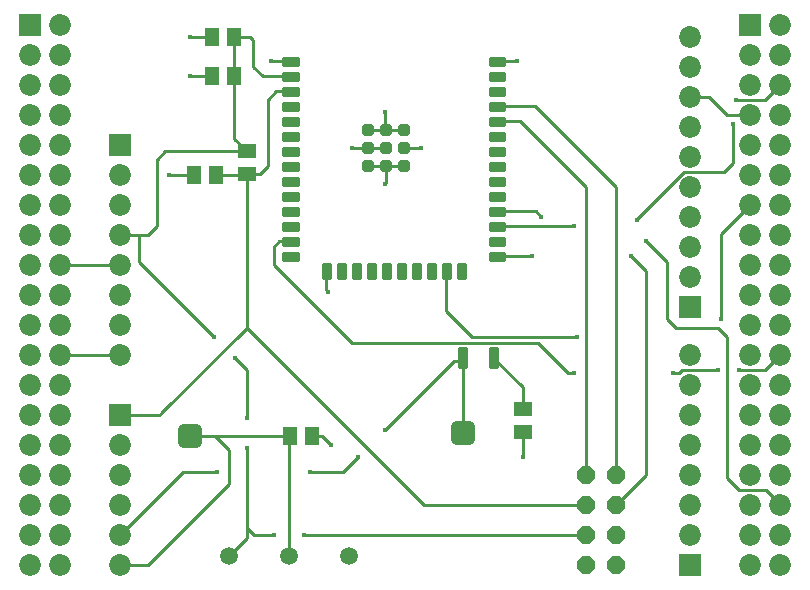
<source format=gtl>
G04 EAGLE Gerber RS-274X export*
G75*
%MOMM*%
%FSLAX34Y34*%
%LPD*%
%INTop Copper*%
%IPPOS*%
%AMOC8*
5,1,8,0,0,1.08239X$1,22.5*%
G01*
%ADD10R,1.300000X1.500000*%
%ADD11P,1.649562X8X292.500000*%
%ADD12C,0.406400*%
%ADD13R,1.850000X1.850000*%
%ADD14C,1.850000*%
%ADD15R,1.500000X1.300000*%
%ADD16C,0.450000*%
%ADD17C,0.525000*%
%ADD18C,1.000000*%
%ADD19C,1.508000*%
%ADD20C,0.254000*%
%ADD21C,0.452400*%


D10*
X207620Y467360D03*
X188620Y467360D03*
X207620Y500380D03*
X188620Y500380D03*
X192380Y383540D03*
X173380Y383540D03*
X254660Y162560D03*
X273660Y162560D03*
D11*
X505460Y129540D03*
X530860Y129540D03*
X505460Y104140D03*
X530860Y104140D03*
X505460Y78740D03*
X530860Y78740D03*
X505460Y53340D03*
X530860Y53340D03*
D12*
X424942Y221615D02*
X424942Y235585D01*
X429006Y235585D01*
X429006Y221615D01*
X424942Y221615D01*
X424942Y225476D02*
X429006Y225476D01*
X429006Y229337D02*
X424942Y229337D01*
X424942Y233198D02*
X429006Y233198D01*
X399034Y235585D02*
X399034Y221615D01*
X399034Y235585D02*
X403098Y235585D01*
X403098Y221615D01*
X399034Y221615D01*
X399034Y225476D02*
X403098Y225476D01*
X403098Y229337D02*
X399034Y229337D01*
X399034Y233198D02*
X403098Y233198D01*
D13*
X111240Y180260D03*
D14*
X111240Y154860D03*
X111240Y129460D03*
X111240Y104060D03*
X111240Y78660D03*
X111240Y53260D03*
D13*
X111240Y408860D03*
D14*
X111240Y383460D03*
X111240Y358060D03*
X111240Y332660D03*
X111240Y307260D03*
X111240Y281860D03*
X111240Y256460D03*
X111240Y231060D03*
D13*
X35040Y510460D03*
D14*
X60440Y510460D03*
X35040Y485060D03*
X60440Y485060D03*
X35040Y459660D03*
X60440Y459660D03*
X35040Y434260D03*
X60440Y434260D03*
X35040Y408860D03*
X60440Y408860D03*
X35040Y383460D03*
X60440Y383460D03*
X35040Y358060D03*
X60440Y358060D03*
X35040Y332660D03*
X60440Y332660D03*
X35040Y307260D03*
X60440Y307260D03*
X35040Y281860D03*
X60440Y281860D03*
X35040Y256460D03*
X60440Y256460D03*
X35040Y231060D03*
X60440Y231060D03*
X35040Y205660D03*
X60440Y205660D03*
X35040Y180260D03*
X60440Y180260D03*
X35040Y154860D03*
X60440Y154860D03*
X35040Y129460D03*
X60440Y129460D03*
X35040Y104060D03*
X60440Y104060D03*
X35040Y78660D03*
X60440Y78660D03*
X35040Y53260D03*
X60440Y53260D03*
D13*
X593840Y271700D03*
D14*
X593840Y297100D03*
X593840Y322500D03*
X593840Y347900D03*
X593840Y373300D03*
X593840Y398700D03*
X593840Y424100D03*
X593840Y449500D03*
X593840Y474900D03*
X593840Y500300D03*
X593840Y104060D03*
X593840Y129460D03*
X593840Y154860D03*
X593840Y180260D03*
X593840Y205660D03*
X593840Y231060D03*
D13*
X593840Y53260D03*
D14*
X593840Y78660D03*
D13*
X644640Y510210D03*
D14*
X670040Y510210D03*
X644640Y484810D03*
X670040Y484810D03*
X644640Y459410D03*
X670040Y459410D03*
X644640Y434010D03*
X670040Y434010D03*
X644640Y408610D03*
X670040Y408610D03*
X644640Y383210D03*
X670040Y383210D03*
X644640Y357810D03*
X670040Y357810D03*
X644640Y332410D03*
X670040Y332410D03*
X644640Y307010D03*
X670040Y307010D03*
X644640Y281610D03*
X670040Y281610D03*
X644640Y256210D03*
X670040Y256210D03*
X644640Y230810D03*
X670040Y230810D03*
X644640Y205410D03*
X670040Y205410D03*
X644640Y180010D03*
X670040Y180010D03*
X644640Y154610D03*
X670040Y154610D03*
X644640Y129210D03*
X670040Y129210D03*
X644640Y103810D03*
X670040Y103810D03*
X644640Y78410D03*
X670040Y78410D03*
X644640Y53010D03*
X670040Y53010D03*
D15*
X452120Y165760D03*
X452120Y184760D03*
X218440Y384200D03*
X218440Y403200D03*
D16*
X250150Y481570D02*
X260650Y481570D01*
X260650Y477070D01*
X250150Y477070D01*
X250150Y481570D01*
X250150Y481345D02*
X260650Y481345D01*
X260650Y468870D02*
X250150Y468870D01*
X260650Y468870D02*
X260650Y464370D01*
X250150Y464370D01*
X250150Y468870D01*
X250150Y468645D02*
X260650Y468645D01*
X260650Y456170D02*
X250150Y456170D01*
X260650Y456170D02*
X260650Y451670D01*
X250150Y451670D01*
X250150Y456170D01*
X250150Y455945D02*
X260650Y455945D01*
X260650Y443470D02*
X250150Y443470D01*
X260650Y443470D02*
X260650Y438970D01*
X250150Y438970D01*
X250150Y443470D01*
X250150Y443245D02*
X260650Y443245D01*
X260650Y430770D02*
X250150Y430770D01*
X260650Y430770D02*
X260650Y426270D01*
X250150Y426270D01*
X250150Y430770D01*
X250150Y430545D02*
X260650Y430545D01*
X260650Y418070D02*
X250150Y418070D01*
X260650Y418070D02*
X260650Y413570D01*
X250150Y413570D01*
X250150Y418070D01*
X250150Y417845D02*
X260650Y417845D01*
X260650Y405370D02*
X250150Y405370D01*
X260650Y405370D02*
X260650Y400870D01*
X250150Y400870D01*
X250150Y405370D01*
X250150Y405145D02*
X260650Y405145D01*
X260650Y392670D02*
X250150Y392670D01*
X260650Y392670D02*
X260650Y388170D01*
X250150Y388170D01*
X250150Y392670D01*
X250150Y392445D02*
X260650Y392445D01*
X260650Y379970D02*
X250150Y379970D01*
X260650Y379970D02*
X260650Y375470D01*
X250150Y375470D01*
X250150Y379970D01*
X250150Y379745D02*
X260650Y379745D01*
X260650Y367270D02*
X250150Y367270D01*
X260650Y367270D02*
X260650Y362770D01*
X250150Y362770D01*
X250150Y367270D01*
X250150Y367045D02*
X260650Y367045D01*
X260650Y354570D02*
X250150Y354570D01*
X260650Y354570D02*
X260650Y350070D01*
X250150Y350070D01*
X250150Y354570D01*
X250150Y354345D02*
X260650Y354345D01*
X260650Y341870D02*
X250150Y341870D01*
X260650Y341870D02*
X260650Y337370D01*
X250150Y337370D01*
X250150Y341870D01*
X250150Y341645D02*
X260650Y341645D01*
X260650Y329170D02*
X250150Y329170D01*
X260650Y329170D02*
X260650Y324670D01*
X250150Y324670D01*
X250150Y329170D01*
X250150Y328945D02*
X260650Y328945D01*
X260650Y316470D02*
X250150Y316470D01*
X260650Y316470D02*
X260650Y311970D01*
X250150Y311970D01*
X250150Y316470D01*
X250150Y316245D02*
X260650Y316245D01*
X425150Y481570D02*
X435650Y481570D01*
X435650Y477070D01*
X425150Y477070D01*
X425150Y481570D01*
X425150Y481345D02*
X435650Y481345D01*
X435650Y468870D02*
X425150Y468870D01*
X435650Y468870D02*
X435650Y464370D01*
X425150Y464370D01*
X425150Y468870D01*
X425150Y468645D02*
X435650Y468645D01*
X435650Y456170D02*
X425150Y456170D01*
X435650Y456170D02*
X435650Y451670D01*
X425150Y451670D01*
X425150Y456170D01*
X425150Y455945D02*
X435650Y455945D01*
X435650Y443470D02*
X425150Y443470D01*
X435650Y443470D02*
X435650Y438970D01*
X425150Y438970D01*
X425150Y443470D01*
X425150Y443245D02*
X435650Y443245D01*
X435650Y430770D02*
X425150Y430770D01*
X435650Y430770D02*
X435650Y426270D01*
X425150Y426270D01*
X425150Y430770D01*
X425150Y430545D02*
X435650Y430545D01*
X435650Y418070D02*
X425150Y418070D01*
X435650Y418070D02*
X435650Y413570D01*
X425150Y413570D01*
X425150Y418070D01*
X425150Y417845D02*
X435650Y417845D01*
X435650Y405370D02*
X425150Y405370D01*
X435650Y405370D02*
X435650Y400870D01*
X425150Y400870D01*
X425150Y405370D01*
X425150Y405145D02*
X435650Y405145D01*
X435650Y392670D02*
X425150Y392670D01*
X435650Y392670D02*
X435650Y388170D01*
X425150Y388170D01*
X425150Y392670D01*
X425150Y392445D02*
X435650Y392445D01*
X435650Y379970D02*
X425150Y379970D01*
X435650Y379970D02*
X435650Y375470D01*
X425150Y375470D01*
X425150Y379970D01*
X425150Y379745D02*
X435650Y379745D01*
X435650Y367270D02*
X425150Y367270D01*
X435650Y367270D02*
X435650Y362770D01*
X425150Y362770D01*
X425150Y367270D01*
X425150Y367045D02*
X435650Y367045D01*
X435650Y354570D02*
X425150Y354570D01*
X435650Y354570D02*
X435650Y350070D01*
X425150Y350070D01*
X425150Y354570D01*
X425150Y354345D02*
X435650Y354345D01*
X435650Y341870D02*
X425150Y341870D01*
X435650Y341870D02*
X435650Y337370D01*
X425150Y337370D01*
X425150Y341870D01*
X425150Y341645D02*
X435650Y341645D01*
X435650Y329170D02*
X425150Y329170D01*
X435650Y329170D02*
X435650Y324670D01*
X425150Y324670D01*
X425150Y329170D01*
X425150Y328945D02*
X435650Y328945D01*
X435650Y316470D02*
X425150Y316470D01*
X435650Y316470D02*
X435650Y311970D01*
X425150Y311970D01*
X425150Y316470D01*
X425150Y316245D02*
X435650Y316245D01*
D17*
X338725Y403295D02*
X333475Y403295D01*
X333475Y408545D01*
X338725Y408545D01*
X338725Y403295D01*
X338725Y408282D02*
X333475Y408282D01*
D16*
X283550Y306970D02*
X283550Y296470D01*
X283550Y306970D02*
X288050Y306970D01*
X288050Y296470D01*
X283550Y296470D01*
X283550Y300745D02*
X288050Y300745D01*
X288050Y305020D02*
X283550Y305020D01*
X296250Y306970D02*
X296250Y296470D01*
X296250Y306970D02*
X300750Y306970D01*
X300750Y296470D01*
X296250Y296470D01*
X296250Y300745D02*
X300750Y300745D01*
X300750Y305020D02*
X296250Y305020D01*
X308950Y306970D02*
X308950Y296470D01*
X308950Y306970D02*
X313450Y306970D01*
X313450Y296470D01*
X308950Y296470D01*
X308950Y300745D02*
X313450Y300745D01*
X313450Y305020D02*
X308950Y305020D01*
X321650Y306970D02*
X321650Y296470D01*
X321650Y306970D02*
X326150Y306970D01*
X326150Y296470D01*
X321650Y296470D01*
X321650Y300745D02*
X326150Y300745D01*
X326150Y305020D02*
X321650Y305020D01*
X334350Y306970D02*
X334350Y296470D01*
X334350Y306970D02*
X338850Y306970D01*
X338850Y296470D01*
X334350Y296470D01*
X334350Y300745D02*
X338850Y300745D01*
X338850Y305020D02*
X334350Y305020D01*
X347050Y306970D02*
X347050Y296470D01*
X347050Y306970D02*
X351550Y306970D01*
X351550Y296470D01*
X347050Y296470D01*
X347050Y300745D02*
X351550Y300745D01*
X351550Y305020D02*
X347050Y305020D01*
X359750Y306970D02*
X359750Y296470D01*
X359750Y306970D02*
X364250Y306970D01*
X364250Y296470D01*
X359750Y296470D01*
X359750Y300745D02*
X364250Y300745D01*
X364250Y305020D02*
X359750Y305020D01*
X372450Y306970D02*
X372450Y296470D01*
X372450Y306970D02*
X376950Y306970D01*
X376950Y296470D01*
X372450Y296470D01*
X372450Y300745D02*
X376950Y300745D01*
X376950Y305020D02*
X372450Y305020D01*
X385150Y306970D02*
X385150Y296470D01*
X385150Y306970D02*
X389650Y306970D01*
X389650Y296470D01*
X385150Y296470D01*
X385150Y300745D02*
X389650Y300745D01*
X389650Y305020D02*
X385150Y305020D01*
X397850Y306970D02*
X397850Y296470D01*
X397850Y306970D02*
X402350Y306970D01*
X402350Y296470D01*
X397850Y296470D01*
X397850Y300745D02*
X402350Y300745D01*
X402350Y305020D02*
X397850Y305020D01*
D17*
X323475Y403295D02*
X318225Y403295D01*
X318225Y408545D01*
X323475Y408545D01*
X323475Y403295D01*
X323475Y408282D02*
X318225Y408282D01*
X348725Y403295D02*
X353975Y403295D01*
X348725Y403295D02*
X348725Y408545D01*
X353975Y408545D01*
X353975Y403295D01*
X353975Y408282D02*
X348725Y408282D01*
X338725Y418545D02*
X333475Y418545D01*
X333475Y423795D01*
X338725Y423795D01*
X338725Y418545D01*
X338725Y423532D02*
X333475Y423532D01*
X323475Y418545D02*
X318225Y418545D01*
X318225Y423795D01*
X323475Y423795D01*
X323475Y418545D01*
X323475Y423532D02*
X318225Y423532D01*
X348725Y418545D02*
X353975Y418545D01*
X348725Y418545D02*
X348725Y423795D01*
X353975Y423795D01*
X353975Y418545D01*
X353975Y423532D02*
X348725Y423532D01*
X338725Y388045D02*
X333475Y388045D01*
X333475Y393295D01*
X338725Y393295D01*
X338725Y388045D01*
X338725Y393032D02*
X333475Y393032D01*
X323475Y388045D02*
X318225Y388045D01*
X318225Y393295D01*
X323475Y393295D01*
X323475Y388045D01*
X323475Y393032D02*
X318225Y393032D01*
X348725Y388045D02*
X353975Y388045D01*
X348725Y388045D02*
X348725Y393295D01*
X353975Y393295D01*
X353975Y388045D01*
X353975Y393032D02*
X348725Y393032D01*
D18*
X396320Y160100D02*
X406320Y160100D01*
X396320Y160100D02*
X396320Y170100D01*
X406320Y170100D01*
X406320Y160100D01*
X406320Y169600D02*
X396320Y169600D01*
X175180Y157560D02*
X165180Y157560D01*
X165180Y167560D01*
X175180Y167560D01*
X175180Y157560D01*
X175180Y167060D02*
X165180Y167060D01*
D19*
X304600Y61000D03*
X203000Y61000D03*
X253800Y61000D03*
D20*
X111240Y307260D02*
X60440Y307260D01*
X60440Y231060D02*
X111240Y231060D01*
X593840Y449500D02*
X609680Y449500D01*
X625170Y434010D02*
X644640Y434010D01*
X625170Y434010D02*
X609680Y449500D01*
X255400Y479320D02*
X239500Y479320D01*
X238760Y480060D01*
D21*
X238760Y480060D03*
D20*
X430400Y479320D02*
X431140Y480060D01*
X447040Y480060D01*
D21*
X447040Y480060D03*
D20*
X336100Y390670D02*
X336100Y376740D01*
X335280Y375920D01*
D21*
X335280Y375920D03*
D20*
X336100Y421170D02*
X335280Y421990D01*
X335280Y436880D01*
D21*
X335280Y436880D03*
D20*
X320850Y405920D02*
X307820Y405920D01*
X307340Y406400D01*
D21*
X307340Y406400D03*
D20*
X351350Y405920D02*
X351830Y406400D01*
X365760Y406400D01*
D21*
X365760Y406400D03*
D20*
X336100Y405920D02*
X320850Y405920D01*
X320850Y421170D02*
X336100Y421170D01*
X351350Y421170D01*
X351350Y390670D02*
X336100Y390670D01*
X320850Y390670D01*
X285800Y301720D02*
X285800Y285700D01*
X287020Y284480D01*
D21*
X287020Y284480D03*
D20*
X173380Y383540D02*
X152400Y383540D01*
D21*
X152400Y383540D03*
D20*
X170180Y467360D02*
X188620Y467360D01*
D21*
X170180Y467360D03*
D20*
X170180Y500380D02*
X188620Y500380D01*
D21*
X170180Y500380D03*
D20*
X452120Y165760D02*
X452120Y144780D01*
D21*
X452120Y144780D03*
D20*
X281940Y162560D02*
X273660Y162560D01*
X281940Y162560D02*
X289560Y154940D01*
D21*
X289560Y154940D03*
D20*
X217780Y383540D02*
X218440Y384200D01*
X217780Y383540D02*
X192380Y383540D01*
X243100Y453920D02*
X255400Y453920D01*
X236220Y447040D02*
X236220Y391160D01*
X229260Y384200D01*
X218440Y384200D01*
X236220Y447040D02*
X243100Y453920D01*
X218440Y384200D02*
X218440Y254000D01*
X146050Y181610D01*
X218440Y254000D02*
X368300Y104140D01*
X505460Y104140D01*
X146050Y181610D02*
X144700Y180260D01*
X111240Y180260D01*
X530860Y129540D02*
X530860Y373380D01*
X462280Y441960D01*
X431140Y441960D01*
X430400Y441220D01*
X505460Y373380D02*
X505460Y129540D01*
X505460Y373380D02*
X449580Y429260D01*
X431140Y429260D01*
X430400Y428520D01*
X556260Y129540D02*
X530860Y104140D01*
X556260Y302260D02*
X543560Y314960D01*
D21*
X543560Y314960D03*
X459740Y314960D03*
D20*
X459000Y314220D01*
X430400Y314220D01*
X556260Y302260D02*
X556260Y129540D01*
X452120Y184760D02*
X452120Y203454D01*
X426974Y228600D01*
X430400Y352320D02*
X463020Y352320D01*
X467360Y347980D01*
D21*
X467360Y347980D03*
X556260Y327660D03*
D20*
X574040Y309880D01*
X574040Y261620D01*
X581660Y254000D01*
X617220Y254000D01*
X624840Y246380D01*
X624840Y127000D01*
X635400Y116440D01*
X658260Y116440D01*
X670040Y104660D01*
X670040Y103810D01*
X494560Y339620D02*
X430400Y339620D01*
X494560Y339620D02*
X495300Y340360D01*
D21*
X495300Y340360D03*
X548640Y345440D03*
D20*
X548640Y346140D02*
X588580Y386080D01*
X548640Y346140D02*
X548640Y345440D01*
X588580Y386080D02*
X622300Y386080D01*
X629920Y393700D01*
X629920Y426720D01*
D21*
X629920Y426720D03*
X632460Y447040D03*
D20*
X632760Y446740D02*
X657370Y446740D01*
X632760Y446740D02*
X632460Y447040D01*
X657370Y446740D02*
X670040Y459410D01*
X387400Y301720D02*
X387400Y267920D01*
X408940Y246380D02*
X497840Y246380D01*
D21*
X497840Y246380D03*
X619760Y261620D03*
D20*
X619760Y332930D01*
X644640Y357810D01*
X408940Y246380D02*
X387400Y267920D01*
X255400Y326920D02*
X245640Y326920D01*
X241300Y322580D01*
X241300Y307340D01*
X307340Y241300D01*
X464820Y241300D01*
X490220Y215900D01*
X495300Y215900D01*
D21*
X495300Y215900D03*
X579120Y215900D03*
X617220Y218440D03*
D20*
X584507Y215900D02*
X579120Y215900D01*
X584507Y215900D02*
X587011Y218404D01*
X617184Y218404D02*
X617220Y218440D01*
X617184Y218404D02*
X587011Y218404D01*
D21*
X635000Y218440D03*
D20*
X635300Y218140D02*
X657370Y218140D01*
X635300Y218140D02*
X635000Y218440D01*
X657370Y218140D02*
X670040Y230810D01*
X401320Y228346D02*
X401066Y228600D01*
X401320Y228346D02*
X401320Y226060D01*
X164660Y132080D02*
X111240Y78660D01*
X164660Y132080D02*
X193040Y132080D01*
D21*
X193040Y132080D03*
X271780Y132080D03*
D20*
X299720Y132080D01*
X312420Y144780D01*
D21*
X312420Y144780D03*
X335280Y167640D03*
D20*
X393700Y226060D01*
X401320Y226060D01*
X401320Y165100D01*
X134540Y53260D02*
X111240Y53260D01*
X134540Y53260D02*
X203200Y121920D01*
X191400Y162560D02*
X170180Y162560D01*
X203200Y150760D02*
X203200Y121920D01*
X203200Y150760D02*
X191400Y162560D01*
X254660Y162560D01*
X253800Y161700D02*
X253800Y61000D01*
X253800Y161700D02*
X254660Y162560D01*
X255400Y466620D02*
X231880Y466620D01*
X223520Y497840D02*
X220980Y500380D01*
X207620Y500380D01*
X223520Y474980D02*
X231880Y466620D01*
X223520Y474980D02*
X223520Y497840D01*
X207620Y500380D02*
X207620Y467360D01*
X207620Y414020D01*
X218440Y403200D01*
X149200Y403200D01*
X142240Y396240D01*
X142240Y340360D01*
X134540Y332660D01*
X127000Y332660D01*
X111240Y332660D01*
D21*
X218440Y152400D03*
D20*
X218440Y84400D02*
X218440Y76200D01*
X218440Y84400D02*
X218440Y152400D01*
D21*
X218440Y177800D03*
D20*
X218440Y218440D02*
X208280Y228600D01*
D21*
X208280Y228600D03*
X190500Y246380D03*
D20*
X127000Y309880D01*
X127000Y332660D01*
X218440Y218440D02*
X218440Y177800D01*
X266700Y78740D02*
X505460Y78740D01*
D21*
X266700Y78740D03*
X241300Y78740D03*
D20*
X224100Y78740D01*
X218440Y84400D01*
X218200Y76200D02*
X203000Y61000D01*
X218200Y76200D02*
X218440Y76200D01*
M02*

</source>
